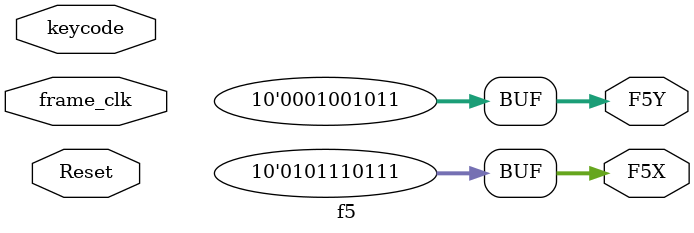
<source format=sv>

module  f5 ( input Reset, frame_clk, input [7:0] keycode,
               output [9:0]  F5X, F5Y);
    
       
    assign F5X = 375;
   
    assign F5Y = 75;
    

endmodule

</source>
